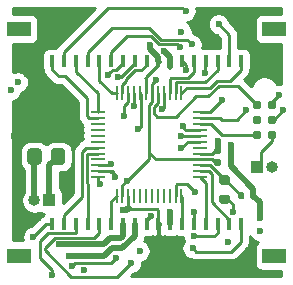
<source format=gtl>
G04 #@! TF.GenerationSoftware,KiCad,Pcbnew,(5.1.9-0-10_14)*
G04 #@! TF.CreationDate,2021-10-22T14:59:34+02:00*
G04 #@! TF.ProjectId,TFRAS_TOP,54465241-535f-4544-9f50-2e6b69636164,rev?*
G04 #@! TF.SameCoordinates,Original*
G04 #@! TF.FileFunction,Copper,L1,Top*
G04 #@! TF.FilePolarity,Positive*
%FSLAX46Y46*%
G04 Gerber Fmt 4.6, Leading zero omitted, Abs format (unit mm)*
G04 Created by KiCad (PCBNEW (5.1.9-0-10_14)) date 2021-10-22 14:59:34*
%MOMM*%
%LPD*%
G01*
G04 APERTURE LIST*
G04 #@! TA.AperFunction,ComponentPad*
%ADD10O,1.000000X1.000000*%
G04 #@! TD*
G04 #@! TA.AperFunction,ComponentPad*
%ADD11R,1.000000X1.000000*%
G04 #@! TD*
G04 #@! TA.AperFunction,SMDPad,CuDef*
%ADD12R,0.400000X1.000000*%
G04 #@! TD*
G04 #@! TA.AperFunction,SMDPad,CuDef*
%ADD13R,2.000000X1.300000*%
G04 #@! TD*
G04 #@! TA.AperFunction,SMDPad,CuDef*
%ADD14R,0.250000X1.300000*%
G04 #@! TD*
G04 #@! TA.AperFunction,SMDPad,CuDef*
%ADD15R,1.300000X0.250000*%
G04 #@! TD*
G04 #@! TA.AperFunction,ConnectorPad*
%ADD16C,0.787400*%
G04 #@! TD*
G04 #@! TA.AperFunction,ViaPad*
%ADD17C,0.600000*%
G04 #@! TD*
G04 #@! TA.AperFunction,Conductor*
%ADD18C,0.500000*%
G04 #@! TD*
G04 #@! TA.AperFunction,Conductor*
%ADD19C,0.250000*%
G04 #@! TD*
G04 #@! TA.AperFunction,Conductor*
%ADD20C,0.254000*%
G04 #@! TD*
G04 #@! TA.AperFunction,Conductor*
%ADD21C,0.100000*%
G04 #@! TD*
G04 APERTURE END LIST*
G04 #@! TA.AperFunction,SMDPad,CuDef*
G36*
G01*
X38325000Y-36425000D02*
X38875000Y-36425000D01*
G75*
G02*
X39075000Y-36625000I0J-200000D01*
G01*
X39075000Y-37025000D01*
G75*
G02*
X38875000Y-37225000I-200000J0D01*
G01*
X38325000Y-37225000D01*
G75*
G02*
X38125000Y-37025000I0J200000D01*
G01*
X38125000Y-36625000D01*
G75*
G02*
X38325000Y-36425000I200000J0D01*
G01*
G37*
G04 #@! TD.AperFunction*
G04 #@! TA.AperFunction,SMDPad,CuDef*
G36*
G01*
X38325000Y-34775000D02*
X38875000Y-34775000D01*
G75*
G02*
X39075000Y-34975000I0J-200000D01*
G01*
X39075000Y-35375000D01*
G75*
G02*
X38875000Y-35575000I-200000J0D01*
G01*
X38325000Y-35575000D01*
G75*
G02*
X38125000Y-35375000I0J200000D01*
G01*
X38125000Y-34975000D01*
G75*
G02*
X38325000Y-34775000I200000J0D01*
G01*
G37*
G04 #@! TD.AperFunction*
D10*
X42600000Y-34100000D03*
D11*
X41330000Y-34100000D03*
D10*
X22500000Y-36900000D03*
D11*
X23770000Y-36900000D03*
G04 #@! TA.AperFunction,SMDPad,CuDef*
G36*
G01*
X23900000Y-33650001D02*
X23900000Y-32749999D01*
G75*
G02*
X24149999Y-32500000I249999J0D01*
G01*
X24850001Y-32500000D01*
G75*
G02*
X25100000Y-32749999I0J-249999D01*
G01*
X25100000Y-33650001D01*
G75*
G02*
X24850001Y-33900000I-249999J0D01*
G01*
X24149999Y-33900000D01*
G75*
G02*
X23900000Y-33650001I0J249999D01*
G01*
G37*
G04 #@! TD.AperFunction*
G04 #@! TA.AperFunction,SMDPad,CuDef*
G36*
G01*
X21900000Y-33650001D02*
X21900000Y-32749999D01*
G75*
G02*
X22149999Y-32500000I249999J0D01*
G01*
X22850001Y-32500000D01*
G75*
G02*
X23100000Y-32749999I0J-249999D01*
G01*
X23100000Y-33650001D01*
G75*
G02*
X22850001Y-33900000I-249999J0D01*
G01*
X22149999Y-33900000D01*
G75*
G02*
X21900000Y-33650001I0J249999D01*
G01*
G37*
G04 #@! TD.AperFunction*
D12*
X40000000Y-38890000D03*
X39000000Y-38890000D03*
X38000000Y-38890000D03*
X37000000Y-38890000D03*
X36000000Y-38890000D03*
X35000000Y-38890000D03*
X34000000Y-38890000D03*
X33000000Y-38890000D03*
X32000000Y-38890000D03*
X31000000Y-38890000D03*
X30000000Y-38890000D03*
X29000000Y-38890000D03*
X28000000Y-38890000D03*
X27000000Y-38890000D03*
X26000000Y-38890000D03*
X25000000Y-38890000D03*
X24000000Y-38890000D03*
D13*
X42800000Y-41590000D03*
X21200000Y-41590000D03*
D14*
X29450000Y-27850000D03*
X29950000Y-27850000D03*
X30450000Y-27850000D03*
X30950000Y-27850000D03*
X31450000Y-27850000D03*
X31950000Y-27850000D03*
X32450000Y-27850000D03*
X32950000Y-27850000D03*
X33450000Y-27850000D03*
X33950000Y-27850000D03*
X34450000Y-27850000D03*
X34950000Y-27850000D03*
D15*
X36550000Y-29450000D03*
X36550000Y-29950000D03*
X36550000Y-30450000D03*
X36550000Y-30950000D03*
X36550000Y-31450000D03*
X36550000Y-31950000D03*
X36550000Y-32450000D03*
X36550000Y-32950000D03*
X36550000Y-33450000D03*
X36550000Y-33950000D03*
X36550000Y-34450000D03*
X36550000Y-34950000D03*
D14*
X34950000Y-36550000D03*
X34450000Y-36550000D03*
X33950000Y-36550000D03*
X33450000Y-36550000D03*
X32950000Y-36550000D03*
X32450000Y-36550000D03*
X31950000Y-36550000D03*
X31450000Y-36550000D03*
X30950000Y-36550000D03*
X30450000Y-36550000D03*
X29950000Y-36550000D03*
X29450000Y-36550000D03*
D15*
X27850000Y-34950000D03*
X27850000Y-34450000D03*
X27850000Y-33950000D03*
X27850000Y-33450000D03*
X27850000Y-32950000D03*
X27850000Y-32450000D03*
X27850000Y-31950000D03*
X27850000Y-31450000D03*
X27850000Y-30950000D03*
X27850000Y-30450000D03*
X27850000Y-29950000D03*
X27850000Y-29450000D03*
G04 #@! TA.AperFunction,SMDPad,CuDef*
G36*
G01*
X38170000Y-33000000D02*
X37830000Y-33000000D01*
G75*
G02*
X37690000Y-32860000I0J140000D01*
G01*
X37690000Y-32580000D01*
G75*
G02*
X37830000Y-32440000I140000J0D01*
G01*
X38170000Y-32440000D01*
G75*
G02*
X38310000Y-32580000I0J-140000D01*
G01*
X38310000Y-32860000D01*
G75*
G02*
X38170000Y-33000000I-140000J0D01*
G01*
G37*
G04 #@! TD.AperFunction*
G04 #@! TA.AperFunction,SMDPad,CuDef*
G36*
G01*
X38170000Y-33960000D02*
X37830000Y-33960000D01*
G75*
G02*
X37690000Y-33820000I0J140000D01*
G01*
X37690000Y-33540000D01*
G75*
G02*
X37830000Y-33400000I140000J0D01*
G01*
X38170000Y-33400000D01*
G75*
G02*
X38310000Y-33540000I0J-140000D01*
G01*
X38310000Y-33820000D01*
G75*
G02*
X38170000Y-33960000I-140000J0D01*
G01*
G37*
G04 #@! TD.AperFunction*
D16*
X42600000Y-31340000D03*
X41330000Y-31340000D03*
X42600000Y-30070000D03*
X41330000Y-30070000D03*
X42600000Y-28800000D03*
X41330000Y-28800000D03*
G04 #@! TA.AperFunction,SMDPad,CuDef*
G36*
G01*
X40270000Y-36315000D02*
X40270000Y-36685000D01*
G75*
G02*
X40135000Y-36820000I-135000J0D01*
G01*
X39865000Y-36820000D01*
G75*
G02*
X39730000Y-36685000I0J135000D01*
G01*
X39730000Y-36315000D01*
G75*
G02*
X39865000Y-36180000I135000J0D01*
G01*
X40135000Y-36180000D01*
G75*
G02*
X40270000Y-36315000I0J-135000D01*
G01*
G37*
G04 #@! TD.AperFunction*
G04 #@! TA.AperFunction,SMDPad,CuDef*
G36*
G01*
X41290000Y-36315000D02*
X41290000Y-36685000D01*
G75*
G02*
X41155000Y-36820000I-135000J0D01*
G01*
X40885000Y-36820000D01*
G75*
G02*
X40750000Y-36685000I0J135000D01*
G01*
X40750000Y-36315000D01*
G75*
G02*
X40885000Y-36180000I135000J0D01*
G01*
X41155000Y-36180000D01*
G75*
G02*
X41290000Y-36315000I0J-135000D01*
G01*
G37*
G04 #@! TD.AperFunction*
D12*
X24000000Y-25110000D03*
X25000000Y-25110000D03*
X26000000Y-25110000D03*
X27000000Y-25110000D03*
X28000000Y-25110000D03*
X29000000Y-25110000D03*
X30000000Y-25110000D03*
X31000000Y-25110000D03*
X32000000Y-25110000D03*
X33000000Y-25110000D03*
X34000000Y-25110000D03*
X35000000Y-25110000D03*
X36000000Y-25110000D03*
X37000000Y-25110000D03*
X38000000Y-25110000D03*
X39000000Y-25110000D03*
X40000000Y-25110000D03*
D13*
X21200000Y-22410000D03*
X42800000Y-22410000D03*
D17*
X33500489Y-24275012D03*
X34000000Y-37900000D03*
X24100000Y-21900000D03*
X39300000Y-37900000D03*
X32283536Y-23796774D03*
X21900000Y-26200000D03*
X39700000Y-21200000D03*
X30000000Y-37700000D03*
X34000000Y-41300000D03*
X26700000Y-42800000D03*
X37300000Y-42500000D03*
X38000000Y-31900000D03*
X20800000Y-31500000D03*
X21700000Y-31500000D03*
X42800000Y-24000000D03*
X41600000Y-38400000D03*
X41600000Y-39500000D03*
X38900000Y-40400000D03*
X31400000Y-41200000D03*
X43200000Y-28000000D03*
X34950000Y-22650000D03*
X20475000Y-27600000D03*
X21100000Y-26900000D03*
X39100000Y-32200000D03*
X28693754Y-26300000D03*
X24554461Y-40645539D03*
X30934101Y-28921857D03*
X31300000Y-30900000D03*
X30100000Y-29800000D03*
X43525000Y-29300000D03*
X40447416Y-29265771D03*
X32796930Y-26750874D03*
X30350000Y-35250000D03*
X29600000Y-26500000D03*
X25400000Y-41600000D03*
X35100000Y-30600000D03*
X34950010Y-31491980D03*
X34950010Y-32491891D03*
X38400000Y-28400000D03*
X35883306Y-40940878D03*
X36000000Y-39900000D03*
X36000000Y-37900000D03*
X32393523Y-38196924D03*
X30700000Y-42200000D03*
X24000000Y-43200000D03*
X29400000Y-41800000D03*
X25700000Y-42500000D03*
X22400000Y-40000000D03*
X36100000Y-36200000D03*
X28025010Y-35525002D03*
X29300000Y-34900000D03*
X28942960Y-33850732D03*
X35300000Y-20899990D03*
X35800000Y-23700000D03*
X34800000Y-23900000D03*
X35300000Y-25900000D03*
X36900000Y-26100000D03*
X38100000Y-22000000D03*
X33300000Y-29200000D03*
D18*
X34000000Y-25110000D02*
X34000000Y-25600000D01*
X34000000Y-25110000D02*
X34000000Y-24774523D01*
X34000000Y-24774523D02*
X33500489Y-24275012D01*
X34000000Y-38890000D02*
X34000000Y-37900000D01*
D19*
X37570000Y-32950000D02*
X36550000Y-32950000D01*
X37800000Y-32720000D02*
X37570000Y-32950000D01*
X41719301Y-33710699D02*
X41330000Y-34100000D01*
X41719301Y-32777474D02*
X41719301Y-33710699D01*
X42600000Y-31896775D02*
X41719301Y-32777474D01*
X42600000Y-31340000D02*
X42600000Y-31896775D01*
X33000000Y-38890000D02*
X33000000Y-37700000D01*
X33000000Y-37700000D02*
X32900000Y-37600000D01*
X32900000Y-37600000D02*
X30700000Y-37600000D01*
X30450000Y-37350000D02*
X30450000Y-36550000D01*
X30700000Y-37600000D02*
X30450000Y-37350000D01*
X39300000Y-37220331D02*
X39013553Y-36933884D01*
X39300000Y-37900000D02*
X39300000Y-37220331D01*
D18*
X32283536Y-24093536D02*
X32283536Y-23796774D01*
X33000000Y-25110000D02*
X33000000Y-24810000D01*
X33000000Y-24810000D02*
X32283536Y-24093536D01*
X32280310Y-23800000D02*
X32283536Y-23796774D01*
X30300000Y-37700000D02*
X30452499Y-37547501D01*
X30000000Y-37700000D02*
X30300000Y-37700000D01*
X38000000Y-32720000D02*
X38000000Y-31900000D01*
D19*
X31950000Y-26490000D02*
X31950000Y-27850000D01*
X33000000Y-25440000D02*
X31950000Y-26490000D01*
X33000000Y-25110000D02*
X33000000Y-25440000D01*
X42600000Y-28600000D02*
X43200000Y-28000000D01*
X42600000Y-28800000D02*
X42600000Y-28600000D01*
D18*
X41020000Y-35920000D02*
X39100000Y-34000000D01*
X41020000Y-36500000D02*
X41020000Y-35920000D01*
X39100000Y-34000000D02*
X39100000Y-32200000D01*
X41600000Y-37080000D02*
X41020000Y-36500000D01*
X41600000Y-38400000D02*
X41600000Y-37080000D01*
D19*
X29108753Y-25885001D02*
X28929169Y-26064585D01*
X29420001Y-25885001D02*
X29108753Y-25885001D01*
X30000000Y-25110000D02*
X30000000Y-25305002D01*
X30000000Y-25305002D02*
X29420001Y-25885001D01*
X28929169Y-26064585D02*
X28693754Y-26300000D01*
D18*
X28354461Y-40645539D02*
X24554461Y-40645539D01*
X30000000Y-39890000D02*
X29790000Y-40100000D01*
X30000000Y-38890000D02*
X30000000Y-39890000D01*
X29790000Y-40100000D02*
X28900000Y-40100000D01*
X28900000Y-40100000D02*
X28354461Y-40645539D01*
X23770000Y-33930000D02*
X24500000Y-33200000D01*
X23770000Y-36900000D02*
X23770000Y-33930000D01*
D19*
X23900000Y-36900000D02*
X24000000Y-37000000D01*
X23770000Y-36900000D02*
X23900000Y-36900000D01*
X30950000Y-27850000D02*
X30950000Y-28905958D01*
X30950000Y-28905958D02*
X30934101Y-28921857D01*
X31509102Y-27909102D02*
X31509102Y-30690898D01*
X31450000Y-27850000D02*
X31509102Y-27909102D01*
X31509102Y-30690898D02*
X31300000Y-30900000D01*
X30450000Y-28611562D02*
X30450000Y-27850000D01*
X30100000Y-28961562D02*
X30450000Y-28611562D01*
X30100000Y-29800000D02*
X30100000Y-28961562D01*
X32000000Y-25410000D02*
X32000000Y-25110000D01*
X31524999Y-25885001D02*
X32000000Y-25410000D01*
X30275001Y-26624999D02*
X31014999Y-25885001D01*
X31014999Y-25885001D02*
X31524999Y-25885001D01*
X29950000Y-27850000D02*
X29950000Y-27101002D01*
X30275001Y-26776001D02*
X30275001Y-26624999D01*
X29950000Y-27101002D02*
X30275001Y-26776001D01*
X36000000Y-25110000D02*
X36000000Y-26051002D01*
X36000000Y-26051002D02*
X35526014Y-26524988D01*
X34075012Y-26524988D02*
X33950000Y-26650000D01*
X35526014Y-26524988D02*
X34075012Y-26524988D01*
X33950000Y-26650000D02*
X33950000Y-27850000D01*
X38375000Y-35200000D02*
X38375000Y-34875000D01*
X37373086Y-33950000D02*
X36550000Y-33950000D01*
X38298086Y-34875000D02*
X37373086Y-33950000D01*
X38375000Y-34875000D02*
X38298086Y-34875000D01*
X38700000Y-35200000D02*
X40000000Y-36500000D01*
X38375000Y-35200000D02*
X38700000Y-35200000D01*
X41330000Y-31340000D02*
X38340000Y-31340000D01*
X38340000Y-31340000D02*
X37450000Y-30450000D01*
X37450000Y-30450000D02*
X36550000Y-30450000D01*
X42755000Y-30070000D02*
X43525000Y-29300000D01*
X42600000Y-30070000D02*
X42755000Y-30070000D01*
X38233843Y-29950000D02*
X38389157Y-30105314D01*
X39607873Y-30105314D02*
X40447416Y-29265771D01*
X38389157Y-30105314D02*
X39607873Y-30105314D01*
X36550000Y-29950000D02*
X38233843Y-29950000D01*
X32950000Y-27850000D02*
X32950000Y-28530002D01*
X41304999Y-28825001D02*
X41330000Y-28800000D01*
X38100000Y-27200000D02*
X39730000Y-27200000D01*
X32950000Y-27850000D02*
X32950000Y-28626948D01*
X32887974Y-29838978D02*
X34461022Y-29838978D01*
X36200000Y-28100000D02*
X37200000Y-28100000D01*
X32588974Y-29539978D02*
X32887974Y-29838978D01*
X34461022Y-29838978D02*
X36200000Y-28100000D01*
X39730000Y-27200000D02*
X41330000Y-28800000D01*
X37200000Y-28100000D02*
X38100000Y-27200000D01*
X32950000Y-28626948D02*
X32588974Y-28987974D01*
X32588974Y-28987974D02*
X32588974Y-29539978D01*
X37570000Y-33450000D02*
X36550000Y-33450000D01*
X37800000Y-33680000D02*
X37570000Y-33450000D01*
X29950000Y-36550000D02*
X29950000Y-35650000D01*
X32450000Y-27097804D02*
X32450000Y-27850000D01*
X32796930Y-26750874D02*
X32450000Y-27097804D01*
X29950000Y-35650000D02*
X30350000Y-35250000D01*
X32450000Y-28561248D02*
X32450000Y-27850000D01*
X32188963Y-28822285D02*
X32450000Y-28561248D01*
X32750000Y-33450000D02*
X32188963Y-32888963D01*
X36550000Y-33450000D02*
X32750000Y-33450000D01*
X32188963Y-32888963D02*
X32188963Y-28822285D01*
X32188963Y-33411037D02*
X31700000Y-33900000D01*
X32188963Y-32888963D02*
X32188963Y-33411037D01*
X30350000Y-35250000D02*
X31700000Y-33900000D01*
X29805002Y-26500000D02*
X29600000Y-26500000D01*
X31000000Y-25110000D02*
X31000000Y-25305002D01*
X31000000Y-25305002D02*
X29805002Y-26500000D01*
D18*
X29036002Y-40963998D02*
X28400000Y-41600000D01*
X31000000Y-38890000D02*
X31000000Y-39890000D01*
X31000000Y-39890000D02*
X29926002Y-40963998D01*
X29926002Y-40963998D02*
X29036002Y-40963998D01*
X28400000Y-41600000D02*
X25400000Y-41600000D01*
X22500000Y-36900000D02*
X22500000Y-33200000D01*
D19*
X36550000Y-30950000D02*
X35287751Y-30950000D01*
X35287751Y-30950000D02*
X35137275Y-30799524D01*
X35137275Y-30637275D02*
X35100000Y-30600000D01*
X35137275Y-30799524D02*
X35137275Y-30637275D01*
X36550000Y-31450000D02*
X34991990Y-31450000D01*
X34991990Y-31450000D02*
X34950010Y-31491980D01*
X36550000Y-31950000D02*
X35491901Y-31950000D01*
X35491901Y-31950000D02*
X34950010Y-32491891D01*
X38400000Y-28400000D02*
X37600000Y-29200000D01*
X37350000Y-29450000D02*
X37600000Y-29200000D01*
X36550000Y-29450000D02*
X37350000Y-29450000D01*
X40000000Y-38890000D02*
X40000000Y-39190000D01*
X40000000Y-38890000D02*
X40000000Y-40400000D01*
X36183305Y-41240877D02*
X35883306Y-40940878D01*
X39159123Y-41240877D02*
X36183305Y-41240877D01*
X40000000Y-40400000D02*
X39159123Y-41240877D01*
X37500000Y-37090000D02*
X37500000Y-34700000D01*
X39000000Y-38590000D02*
X37500000Y-37090000D01*
X37500000Y-34700000D02*
X37250000Y-34450000D01*
X39000000Y-38890000D02*
X39000000Y-38590000D01*
X37250000Y-34450000D02*
X36550000Y-34450000D01*
X38000000Y-39116702D02*
X38000000Y-38890000D01*
X37740000Y-39900000D02*
X38000000Y-39640000D01*
X38000000Y-39640000D02*
X38000000Y-38890000D01*
X36000000Y-39900000D02*
X37740000Y-39900000D01*
X37000000Y-35400000D02*
X36550000Y-34950000D01*
X37000000Y-38890000D02*
X37000000Y-35400000D01*
X36000000Y-38890000D02*
X36000000Y-39190000D01*
X36000000Y-37900000D02*
X36000000Y-38890000D01*
X34950000Y-36550000D02*
X35000000Y-36600000D01*
X35000000Y-36600000D02*
X35000000Y-38890000D01*
X32000000Y-38890000D02*
X32000000Y-38400000D01*
X32000000Y-38590447D02*
X32393523Y-38196924D01*
X32000000Y-38890000D02*
X32000000Y-38590447D01*
X29000000Y-37000000D02*
X29450000Y-36550000D01*
X29000000Y-38890000D02*
X29000000Y-37000000D01*
X30700000Y-42200000D02*
X29524999Y-43375001D01*
X29524999Y-43375001D02*
X25629631Y-43375001D01*
X25629631Y-43375001D02*
X23385087Y-41130457D01*
X27569462Y-40070538D02*
X28000000Y-39640000D01*
X23385087Y-41130457D02*
X23385087Y-40963911D01*
X23385087Y-40963911D02*
X24278460Y-40070538D01*
X24278460Y-40070538D02*
X27569462Y-40070538D01*
X28000000Y-39640000D02*
X28000000Y-38890000D01*
X26950000Y-32950000D02*
X26924999Y-32975001D01*
X26924999Y-32975001D02*
X26924999Y-35442297D01*
X26924999Y-35442297D02*
X27000000Y-35517298D01*
X27850000Y-32950000D02*
X26950000Y-32950000D01*
X27000000Y-35517298D02*
X27000000Y-38890000D01*
X23980580Y-43180580D02*
X23980580Y-42780580D01*
X24000000Y-43200000D02*
X23980580Y-43180580D01*
X23980580Y-42780580D02*
X23980580Y-42975031D01*
X22985076Y-41785076D02*
X23980580Y-42780580D01*
X26000000Y-38890000D02*
X26000000Y-39640000D01*
X23663773Y-39670527D02*
X22985076Y-40349224D01*
X26000000Y-39640000D02*
X25969473Y-39670527D01*
X25969473Y-39670527D02*
X23663773Y-39670527D01*
X22985076Y-40349224D02*
X22985076Y-41785076D01*
X27850000Y-32450000D02*
X26850000Y-32450000D01*
X26545001Y-36594999D02*
X25000000Y-38140000D01*
X26545001Y-35627999D02*
X26545001Y-36594999D01*
X26524988Y-35607986D02*
X26545001Y-35627999D01*
X26524988Y-32775012D02*
X26524988Y-35607986D01*
X25000000Y-38140000D02*
X25000000Y-38890000D01*
X26850000Y-32450000D02*
X26524988Y-32775012D01*
X28975001Y-42224999D02*
X25975001Y-42224999D01*
X29400000Y-41800000D02*
X28975001Y-42224999D01*
X25975001Y-42224999D02*
X25700000Y-42500000D01*
X22400000Y-40000000D02*
X23510000Y-38890000D01*
X23510000Y-38890000D02*
X24000000Y-38890000D01*
X34450000Y-35650000D02*
X34600000Y-35500000D01*
X34450000Y-36550000D02*
X34450000Y-35650000D01*
X34600000Y-35500000D02*
X35400000Y-35500000D01*
X35400000Y-35500000D02*
X36100000Y-36200000D01*
X27850000Y-34950000D02*
X27850000Y-35349992D01*
X27850000Y-35349992D02*
X28025010Y-35525002D01*
X28888352Y-34450000D02*
X28953898Y-34515546D01*
X27850000Y-34450000D02*
X28888352Y-34450000D01*
X29050000Y-34450000D02*
X29200000Y-34600000D01*
X28888352Y-34450000D02*
X29050000Y-34450000D01*
X29200000Y-34800000D02*
X29300000Y-34900000D01*
X29200000Y-34600000D02*
X29200000Y-34800000D01*
X28843692Y-33950000D02*
X28942960Y-33850732D01*
X27850000Y-33950000D02*
X28843692Y-33950000D01*
X27850000Y-29950000D02*
X27062182Y-29950000D01*
X24000000Y-25860000D02*
X24000000Y-25110000D01*
X26924999Y-28253233D02*
X25071766Y-26400000D01*
X27850000Y-29950000D02*
X27150000Y-29950000D01*
X26924999Y-29724999D02*
X26924999Y-28253233D01*
X24540000Y-26400000D02*
X24000000Y-25860000D01*
X27150000Y-29950000D02*
X26924999Y-29724999D01*
X25071766Y-26400000D02*
X24540000Y-26400000D01*
X25000000Y-24360000D02*
X25000000Y-25110000D01*
X28760009Y-20599991D02*
X25000000Y-24360000D01*
X35000001Y-20599991D02*
X28760009Y-20599991D01*
X35300000Y-20899990D02*
X35000001Y-20599991D01*
X26000000Y-26000000D02*
X26000000Y-25110000D01*
X27850000Y-27850000D02*
X26000000Y-26000000D01*
X27850000Y-29450000D02*
X27850000Y-27850000D01*
X27000000Y-24360000D02*
X27000000Y-25110000D01*
X29059990Y-22300010D02*
X27000000Y-24360000D01*
X35400000Y-23300000D02*
X33200000Y-23300000D01*
X32200010Y-22300010D02*
X29059990Y-22300010D01*
X33200000Y-23300000D02*
X32200010Y-22300010D01*
X35400000Y-23300000D02*
X35800000Y-23700000D01*
X29075000Y-27850000D02*
X28000000Y-26775000D01*
X29450000Y-27850000D02*
X29075000Y-27850000D01*
X28000000Y-26775000D02*
X28000000Y-25110000D01*
X29000000Y-24360000D02*
X29000000Y-25110000D01*
X34800000Y-23900000D02*
X34600011Y-23700011D01*
X34600011Y-23700011D02*
X33034311Y-23700011D01*
X33034311Y-23700011D02*
X32363817Y-23029517D01*
X32363817Y-23029517D02*
X30330483Y-23029517D01*
X30330483Y-23029517D02*
X29000000Y-24360000D01*
X35000000Y-25110000D02*
X35000000Y-24824264D01*
X35300000Y-25410000D02*
X35000000Y-25110000D01*
X35300000Y-25900000D02*
X35300000Y-25410000D01*
X36900000Y-25210000D02*
X37000000Y-25110000D01*
X36900000Y-26100000D02*
X36900000Y-25210000D01*
X38000000Y-25860000D02*
X38000000Y-25110000D01*
X34450000Y-27850000D02*
X34450000Y-26950000D01*
X34475001Y-26924999D02*
X36935001Y-26924999D01*
X34450000Y-26950000D02*
X34475001Y-26924999D01*
X36935001Y-26924999D02*
X38000000Y-25860000D01*
X39000000Y-22900000D02*
X38100000Y-22000000D01*
X39000000Y-25110000D02*
X39000000Y-22900000D01*
X34950000Y-27850000D02*
X35400011Y-27399989D01*
X37334311Y-27399989D02*
X37934311Y-26799989D01*
X39060011Y-26799989D02*
X40000000Y-25860000D01*
X35400011Y-27399989D02*
X37334311Y-27399989D01*
X37934311Y-26799989D02*
X39060011Y-26799989D01*
X40000000Y-25860000D02*
X40000000Y-25110000D01*
X33450000Y-29050000D02*
X33300000Y-29200000D01*
X33450000Y-27850000D02*
X33450000Y-29050000D01*
D20*
X33115000Y-38933476D02*
X33123226Y-39017000D01*
X33073000Y-39017000D01*
X33073000Y-39866250D01*
X33231750Y-40025000D01*
X33336609Y-40013277D01*
X33455579Y-39974650D01*
X33500110Y-39949724D01*
X33555820Y-39979502D01*
X33675518Y-40015812D01*
X33800000Y-40028072D01*
X34200000Y-40028072D01*
X34324482Y-40015812D01*
X34444180Y-39979502D01*
X34500000Y-39949665D01*
X34555820Y-39979502D01*
X34675518Y-40015812D01*
X34800000Y-40028072D01*
X35072158Y-40028072D01*
X35100932Y-40172729D01*
X35167780Y-40334114D01*
X35157044Y-40344850D01*
X35054720Y-40497989D01*
X34984238Y-40668149D01*
X34948306Y-40848789D01*
X34948306Y-41032967D01*
X34984238Y-41213607D01*
X35054720Y-41383767D01*
X35157044Y-41536906D01*
X35287278Y-41667140D01*
X35440417Y-41769464D01*
X35610577Y-41839946D01*
X35748775Y-41867436D01*
X35759029Y-41875851D01*
X35891058Y-41946423D01*
X36034319Y-41989880D01*
X36145972Y-42000877D01*
X36145980Y-42000877D01*
X36183305Y-42004553D01*
X36220630Y-42000877D01*
X39121801Y-42000877D01*
X39159123Y-42004553D01*
X39196445Y-42000877D01*
X39196456Y-42000877D01*
X39308109Y-41989880D01*
X39451370Y-41946423D01*
X39583399Y-41875851D01*
X39699124Y-41780878D01*
X39722926Y-41751875D01*
X40511003Y-40963799D01*
X40540001Y-40940001D01*
X40634974Y-40824276D01*
X40705546Y-40692247D01*
X40749003Y-40548986D01*
X40760000Y-40437333D01*
X40760000Y-40437325D01*
X40763676Y-40400000D01*
X40760000Y-40362675D01*
X40760000Y-39915333D01*
X40771414Y-39942889D01*
X40873738Y-40096028D01*
X41003972Y-40226262D01*
X41157111Y-40328586D01*
X41327271Y-40399068D01*
X41432634Y-40420026D01*
X41348815Y-40488815D01*
X41269463Y-40585506D01*
X41210498Y-40695820D01*
X41174188Y-40815518D01*
X41161928Y-40940000D01*
X41161928Y-42240000D01*
X41174188Y-42364482D01*
X41210498Y-42484180D01*
X41269463Y-42594494D01*
X41348815Y-42691185D01*
X41445506Y-42770537D01*
X41555820Y-42829502D01*
X41675518Y-42865812D01*
X41800000Y-42878072D01*
X43340001Y-42878072D01*
X43340001Y-43340000D01*
X30634801Y-43340000D01*
X30851649Y-43123153D01*
X30972729Y-43099068D01*
X31142889Y-43028586D01*
X31296028Y-42926262D01*
X31426262Y-42796028D01*
X31528586Y-42642889D01*
X31599068Y-42472729D01*
X31635000Y-42292089D01*
X31635000Y-42107911D01*
X31634744Y-42106624D01*
X31672729Y-42099068D01*
X31842889Y-42028586D01*
X31996028Y-41926262D01*
X32126262Y-41796028D01*
X32228586Y-41642889D01*
X32299068Y-41472729D01*
X32335000Y-41292089D01*
X32335000Y-41107911D01*
X32299068Y-40927271D01*
X32228586Y-40757111D01*
X32126262Y-40603972D01*
X31996028Y-40473738D01*
X31842889Y-40371414D01*
X31763702Y-40338614D01*
X31821589Y-40230314D01*
X31872195Y-40063490D01*
X31873572Y-40049511D01*
X31875683Y-40028072D01*
X32200000Y-40028072D01*
X32324482Y-40015812D01*
X32444180Y-39979502D01*
X32499890Y-39949724D01*
X32544421Y-39974650D01*
X32663391Y-40013277D01*
X32768250Y-40025000D01*
X32927000Y-39866250D01*
X32927000Y-39017000D01*
X32853000Y-39017000D01*
X32853000Y-39014426D01*
X32989551Y-38923186D01*
X33115000Y-38797737D01*
X33115000Y-38933476D01*
G04 #@! TA.AperFunction,Conductor*
D21*
G36*
X33115000Y-38933476D02*
G01*
X33123226Y-39017000D01*
X33073000Y-39017000D01*
X33073000Y-39866250D01*
X33231750Y-40025000D01*
X33336609Y-40013277D01*
X33455579Y-39974650D01*
X33500110Y-39949724D01*
X33555820Y-39979502D01*
X33675518Y-40015812D01*
X33800000Y-40028072D01*
X34200000Y-40028072D01*
X34324482Y-40015812D01*
X34444180Y-39979502D01*
X34500000Y-39949665D01*
X34555820Y-39979502D01*
X34675518Y-40015812D01*
X34800000Y-40028072D01*
X35072158Y-40028072D01*
X35100932Y-40172729D01*
X35167780Y-40334114D01*
X35157044Y-40344850D01*
X35054720Y-40497989D01*
X34984238Y-40668149D01*
X34948306Y-40848789D01*
X34948306Y-41032967D01*
X34984238Y-41213607D01*
X35054720Y-41383767D01*
X35157044Y-41536906D01*
X35287278Y-41667140D01*
X35440417Y-41769464D01*
X35610577Y-41839946D01*
X35748775Y-41867436D01*
X35759029Y-41875851D01*
X35891058Y-41946423D01*
X36034319Y-41989880D01*
X36145972Y-42000877D01*
X36145980Y-42000877D01*
X36183305Y-42004553D01*
X36220630Y-42000877D01*
X39121801Y-42000877D01*
X39159123Y-42004553D01*
X39196445Y-42000877D01*
X39196456Y-42000877D01*
X39308109Y-41989880D01*
X39451370Y-41946423D01*
X39583399Y-41875851D01*
X39699124Y-41780878D01*
X39722926Y-41751875D01*
X40511003Y-40963799D01*
X40540001Y-40940001D01*
X40634974Y-40824276D01*
X40705546Y-40692247D01*
X40749003Y-40548986D01*
X40760000Y-40437333D01*
X40760000Y-40437325D01*
X40763676Y-40400000D01*
X40760000Y-40362675D01*
X40760000Y-39915333D01*
X40771414Y-39942889D01*
X40873738Y-40096028D01*
X41003972Y-40226262D01*
X41157111Y-40328586D01*
X41327271Y-40399068D01*
X41432634Y-40420026D01*
X41348815Y-40488815D01*
X41269463Y-40585506D01*
X41210498Y-40695820D01*
X41174188Y-40815518D01*
X41161928Y-40940000D01*
X41161928Y-42240000D01*
X41174188Y-42364482D01*
X41210498Y-42484180D01*
X41269463Y-42594494D01*
X41348815Y-42691185D01*
X41445506Y-42770537D01*
X41555820Y-42829502D01*
X41675518Y-42865812D01*
X41800000Y-42878072D01*
X43340001Y-42878072D01*
X43340001Y-43340000D01*
X30634801Y-43340000D01*
X30851649Y-43123153D01*
X30972729Y-43099068D01*
X31142889Y-43028586D01*
X31296028Y-42926262D01*
X31426262Y-42796028D01*
X31528586Y-42642889D01*
X31599068Y-42472729D01*
X31635000Y-42292089D01*
X31635000Y-42107911D01*
X31634744Y-42106624D01*
X31672729Y-42099068D01*
X31842889Y-42028586D01*
X31996028Y-41926262D01*
X32126262Y-41796028D01*
X32228586Y-41642889D01*
X32299068Y-41472729D01*
X32335000Y-41292089D01*
X32335000Y-41107911D01*
X32299068Y-40927271D01*
X32228586Y-40757111D01*
X32126262Y-40603972D01*
X31996028Y-40473738D01*
X31842889Y-40371414D01*
X31763702Y-40338614D01*
X31821589Y-40230314D01*
X31872195Y-40063490D01*
X31873572Y-40049511D01*
X31875683Y-40028072D01*
X32200000Y-40028072D01*
X32324482Y-40015812D01*
X32444180Y-39979502D01*
X32499890Y-39949724D01*
X32544421Y-39974650D01*
X32663391Y-40013277D01*
X32768250Y-40025000D01*
X32927000Y-39866250D01*
X32927000Y-39017000D01*
X32853000Y-39017000D01*
X32853000Y-39014426D01*
X32989551Y-38923186D01*
X33115000Y-38797737D01*
X33115000Y-38933476D01*
G37*
G04 #@! TD.AperFunction*
D20*
X24489003Y-23796196D02*
X24459999Y-23819999D01*
X24424054Y-23863799D01*
X24365026Y-23935724D01*
X24337079Y-23988009D01*
X24324482Y-23984188D01*
X24200000Y-23971928D01*
X23800000Y-23971928D01*
X23675518Y-23984188D01*
X23555820Y-24020498D01*
X23445506Y-24079463D01*
X23348815Y-24158815D01*
X23269463Y-24255506D01*
X23210498Y-24365820D01*
X23174188Y-24485518D01*
X23161928Y-24610000D01*
X23161928Y-25610000D01*
X23174188Y-25734482D01*
X23210498Y-25854180D01*
X23241454Y-25912093D01*
X23250997Y-26008985D01*
X23283429Y-26115900D01*
X23294454Y-26152246D01*
X23365026Y-26284276D01*
X23404871Y-26332826D01*
X23459999Y-26400001D01*
X23489002Y-26423803D01*
X23976200Y-26911002D01*
X23999999Y-26940001D01*
X24115724Y-27034974D01*
X24247753Y-27105546D01*
X24391014Y-27149003D01*
X24502667Y-27160000D01*
X24502676Y-27160000D01*
X24539999Y-27163676D01*
X24577322Y-27160000D01*
X24756965Y-27160000D01*
X26165000Y-28568036D01*
X26164999Y-29687676D01*
X26161323Y-29724999D01*
X26164999Y-29762321D01*
X26164999Y-29762331D01*
X26175996Y-29873984D01*
X26203379Y-29964254D01*
X26219453Y-30017245D01*
X26290025Y-30149275D01*
X26323448Y-30190000D01*
X26350955Y-30223518D01*
X26356636Y-30242247D01*
X26427208Y-30374276D01*
X26522181Y-30490001D01*
X26561928Y-30522621D01*
X26561928Y-30575000D01*
X26574188Y-30699482D01*
X26574345Y-30700000D01*
X26574188Y-30700518D01*
X26561928Y-30825000D01*
X26561928Y-31075000D01*
X26574188Y-31199482D01*
X26574345Y-31200000D01*
X26574188Y-31200518D01*
X26561928Y-31325000D01*
X26561928Y-31575000D01*
X26574188Y-31699482D01*
X26574345Y-31700000D01*
X26574188Y-31700518D01*
X26570234Y-31740668D01*
X26557753Y-31744454D01*
X26425724Y-31815026D01*
X26309999Y-31909999D01*
X26286200Y-31938998D01*
X26013990Y-32211209D01*
X25984987Y-32235011D01*
X25930820Y-32301014D01*
X25890014Y-32350736D01*
X25829105Y-32464688D01*
X25819442Y-32482766D01*
X25775985Y-32626027D01*
X25764988Y-32737680D01*
X25764988Y-32737690D01*
X25761312Y-32775012D01*
X25764988Y-32812335D01*
X25764989Y-35570654D01*
X25761312Y-35607986D01*
X25764989Y-35645319D01*
X25775986Y-35756972D01*
X25781233Y-35774268D01*
X25785001Y-35786691D01*
X25785002Y-36280196D01*
X24908072Y-37157127D01*
X24908072Y-36400000D01*
X24895812Y-36275518D01*
X24859502Y-36155820D01*
X24800537Y-36045506D01*
X24721185Y-35948815D01*
X24655000Y-35894499D01*
X24655000Y-34538072D01*
X24850001Y-34538072D01*
X25023255Y-34521008D01*
X25189851Y-34470472D01*
X25343387Y-34388405D01*
X25477962Y-34277962D01*
X25588405Y-34143387D01*
X25670472Y-33989851D01*
X25721008Y-33823255D01*
X25738072Y-33650001D01*
X25738072Y-32749999D01*
X25721008Y-32576745D01*
X25670472Y-32410149D01*
X25588405Y-32256613D01*
X25477962Y-32122038D01*
X25343387Y-32011595D01*
X25189851Y-31929528D01*
X25023255Y-31878992D01*
X24850001Y-31861928D01*
X24149999Y-31861928D01*
X23976745Y-31878992D01*
X23810149Y-31929528D01*
X23656613Y-32011595D01*
X23522038Y-32122038D01*
X23500000Y-32148891D01*
X23477962Y-32122038D01*
X23343387Y-32011595D01*
X23189851Y-31929528D01*
X23023255Y-31878992D01*
X22850001Y-31861928D01*
X22149999Y-31861928D01*
X21976745Y-31878992D01*
X21810149Y-31929528D01*
X21656613Y-32011595D01*
X21522038Y-32122038D01*
X21411595Y-32256613D01*
X21329528Y-32410149D01*
X21278992Y-32576745D01*
X21261928Y-32749999D01*
X21261928Y-33650001D01*
X21278992Y-33823255D01*
X21329528Y-33989851D01*
X21411595Y-34143387D01*
X21522038Y-34277962D01*
X21615001Y-34354255D01*
X21615000Y-36181550D01*
X21494176Y-36362376D01*
X21408617Y-36568933D01*
X21365000Y-36788212D01*
X21365000Y-37011788D01*
X21408617Y-37231067D01*
X21494176Y-37437624D01*
X21618388Y-37623520D01*
X21776480Y-37781612D01*
X21962376Y-37905824D01*
X22168933Y-37991383D01*
X22388212Y-38035000D01*
X22611788Y-38035000D01*
X22831067Y-37991383D01*
X22942774Y-37945112D01*
X23025820Y-37989502D01*
X23145518Y-38025812D01*
X23268187Y-38037893D01*
X23210498Y-38145820D01*
X23195107Y-38196559D01*
X23085723Y-38255026D01*
X23033661Y-38297753D01*
X22969999Y-38349999D01*
X22946201Y-38378997D01*
X22248351Y-39076847D01*
X22127271Y-39100932D01*
X21957111Y-39171414D01*
X21803972Y-39273738D01*
X21673738Y-39403972D01*
X21571414Y-39557111D01*
X21500932Y-39727271D01*
X21465000Y-39907911D01*
X21465000Y-40092089D01*
X21500932Y-40272729D01*
X21513027Y-40301928D01*
X20660000Y-40301928D01*
X20660000Y-28516519D01*
X20747729Y-28499068D01*
X20917889Y-28428586D01*
X21071028Y-28326262D01*
X21201262Y-28196028D01*
X21303586Y-28042889D01*
X21374068Y-27872729D01*
X21390156Y-27791850D01*
X21542889Y-27728586D01*
X21696028Y-27626262D01*
X21826262Y-27496028D01*
X21928586Y-27342889D01*
X21999068Y-27172729D01*
X22035000Y-26992089D01*
X22035000Y-26807911D01*
X21999068Y-26627271D01*
X21928586Y-26457111D01*
X21826262Y-26303972D01*
X21696028Y-26173738D01*
X21542889Y-26071414D01*
X21372729Y-26000932D01*
X21192089Y-25965000D01*
X21007911Y-25965000D01*
X20827271Y-26000932D01*
X20660000Y-26070217D01*
X20660000Y-23698072D01*
X22200000Y-23698072D01*
X22324482Y-23685812D01*
X22444180Y-23649502D01*
X22554494Y-23590537D01*
X22651185Y-23511185D01*
X22730537Y-23414494D01*
X22789502Y-23304180D01*
X22825812Y-23184482D01*
X22838072Y-23060000D01*
X22838072Y-21760000D01*
X22825812Y-21635518D01*
X22789502Y-21515820D01*
X22730537Y-21405506D01*
X22651185Y-21308815D01*
X22554494Y-21229463D01*
X22444180Y-21170498D01*
X22324482Y-21134188D01*
X22200000Y-21121928D01*
X20660000Y-21121928D01*
X20660000Y-20660000D01*
X27625198Y-20660000D01*
X24489003Y-23796196D01*
G04 #@! TA.AperFunction,Conductor*
D21*
G36*
X24489003Y-23796196D02*
G01*
X24459999Y-23819999D01*
X24424054Y-23863799D01*
X24365026Y-23935724D01*
X24337079Y-23988009D01*
X24324482Y-23984188D01*
X24200000Y-23971928D01*
X23800000Y-23971928D01*
X23675518Y-23984188D01*
X23555820Y-24020498D01*
X23445506Y-24079463D01*
X23348815Y-24158815D01*
X23269463Y-24255506D01*
X23210498Y-24365820D01*
X23174188Y-24485518D01*
X23161928Y-24610000D01*
X23161928Y-25610000D01*
X23174188Y-25734482D01*
X23210498Y-25854180D01*
X23241454Y-25912093D01*
X23250997Y-26008985D01*
X23283429Y-26115900D01*
X23294454Y-26152246D01*
X23365026Y-26284276D01*
X23404871Y-26332826D01*
X23459999Y-26400001D01*
X23489002Y-26423803D01*
X23976200Y-26911002D01*
X23999999Y-26940001D01*
X24115724Y-27034974D01*
X24247753Y-27105546D01*
X24391014Y-27149003D01*
X24502667Y-27160000D01*
X24502676Y-27160000D01*
X24539999Y-27163676D01*
X24577322Y-27160000D01*
X24756965Y-27160000D01*
X26165000Y-28568036D01*
X26164999Y-29687676D01*
X26161323Y-29724999D01*
X26164999Y-29762321D01*
X26164999Y-29762331D01*
X26175996Y-29873984D01*
X26203379Y-29964254D01*
X26219453Y-30017245D01*
X26290025Y-30149275D01*
X26323448Y-30190000D01*
X26350955Y-30223518D01*
X26356636Y-30242247D01*
X26427208Y-30374276D01*
X26522181Y-30490001D01*
X26561928Y-30522621D01*
X26561928Y-30575000D01*
X26574188Y-30699482D01*
X26574345Y-30700000D01*
X26574188Y-30700518D01*
X26561928Y-30825000D01*
X26561928Y-31075000D01*
X26574188Y-31199482D01*
X26574345Y-31200000D01*
X26574188Y-31200518D01*
X26561928Y-31325000D01*
X26561928Y-31575000D01*
X26574188Y-31699482D01*
X26574345Y-31700000D01*
X26574188Y-31700518D01*
X26570234Y-31740668D01*
X26557753Y-31744454D01*
X26425724Y-31815026D01*
X26309999Y-31909999D01*
X26286200Y-31938998D01*
X26013990Y-32211209D01*
X25984987Y-32235011D01*
X25930820Y-32301014D01*
X25890014Y-32350736D01*
X25829105Y-32464688D01*
X25819442Y-32482766D01*
X25775985Y-32626027D01*
X25764988Y-32737680D01*
X25764988Y-32737690D01*
X25761312Y-32775012D01*
X25764988Y-32812335D01*
X25764989Y-35570654D01*
X25761312Y-35607986D01*
X25764989Y-35645319D01*
X25775986Y-35756972D01*
X25781233Y-35774268D01*
X25785001Y-35786691D01*
X25785002Y-36280196D01*
X24908072Y-37157127D01*
X24908072Y-36400000D01*
X24895812Y-36275518D01*
X24859502Y-36155820D01*
X24800537Y-36045506D01*
X24721185Y-35948815D01*
X24655000Y-35894499D01*
X24655000Y-34538072D01*
X24850001Y-34538072D01*
X25023255Y-34521008D01*
X25189851Y-34470472D01*
X25343387Y-34388405D01*
X25477962Y-34277962D01*
X25588405Y-34143387D01*
X25670472Y-33989851D01*
X25721008Y-33823255D01*
X25738072Y-33650001D01*
X25738072Y-32749999D01*
X25721008Y-32576745D01*
X25670472Y-32410149D01*
X25588405Y-32256613D01*
X25477962Y-32122038D01*
X25343387Y-32011595D01*
X25189851Y-31929528D01*
X25023255Y-31878992D01*
X24850001Y-31861928D01*
X24149999Y-31861928D01*
X23976745Y-31878992D01*
X23810149Y-31929528D01*
X23656613Y-32011595D01*
X23522038Y-32122038D01*
X23500000Y-32148891D01*
X23477962Y-32122038D01*
X23343387Y-32011595D01*
X23189851Y-31929528D01*
X23023255Y-31878992D01*
X22850001Y-31861928D01*
X22149999Y-31861928D01*
X21976745Y-31878992D01*
X21810149Y-31929528D01*
X21656613Y-32011595D01*
X21522038Y-32122038D01*
X21411595Y-32256613D01*
X21329528Y-32410149D01*
X21278992Y-32576745D01*
X21261928Y-32749999D01*
X21261928Y-33650001D01*
X21278992Y-33823255D01*
X21329528Y-33989851D01*
X21411595Y-34143387D01*
X21522038Y-34277962D01*
X21615001Y-34354255D01*
X21615000Y-36181550D01*
X21494176Y-36362376D01*
X21408617Y-36568933D01*
X21365000Y-36788212D01*
X21365000Y-37011788D01*
X21408617Y-37231067D01*
X21494176Y-37437624D01*
X21618388Y-37623520D01*
X21776480Y-37781612D01*
X21962376Y-37905824D01*
X22168933Y-37991383D01*
X22388212Y-38035000D01*
X22611788Y-38035000D01*
X22831067Y-37991383D01*
X22942774Y-37945112D01*
X23025820Y-37989502D01*
X23145518Y-38025812D01*
X23268187Y-38037893D01*
X23210498Y-38145820D01*
X23195107Y-38196559D01*
X23085723Y-38255026D01*
X23033661Y-38297753D01*
X22969999Y-38349999D01*
X22946201Y-38378997D01*
X22248351Y-39076847D01*
X22127271Y-39100932D01*
X21957111Y-39171414D01*
X21803972Y-39273738D01*
X21673738Y-39403972D01*
X21571414Y-39557111D01*
X21500932Y-39727271D01*
X21465000Y-39907911D01*
X21465000Y-40092089D01*
X21500932Y-40272729D01*
X21513027Y-40301928D01*
X20660000Y-40301928D01*
X20660000Y-28516519D01*
X20747729Y-28499068D01*
X20917889Y-28428586D01*
X21071028Y-28326262D01*
X21201262Y-28196028D01*
X21303586Y-28042889D01*
X21374068Y-27872729D01*
X21390156Y-27791850D01*
X21542889Y-27728586D01*
X21696028Y-27626262D01*
X21826262Y-27496028D01*
X21928586Y-27342889D01*
X21999068Y-27172729D01*
X22035000Y-26992089D01*
X22035000Y-26807911D01*
X21999068Y-26627271D01*
X21928586Y-26457111D01*
X21826262Y-26303972D01*
X21696028Y-26173738D01*
X21542889Y-26071414D01*
X21372729Y-26000932D01*
X21192089Y-25965000D01*
X21007911Y-25965000D01*
X20827271Y-26000932D01*
X20660000Y-26070217D01*
X20660000Y-23698072D01*
X22200000Y-23698072D01*
X22324482Y-23685812D01*
X22444180Y-23649502D01*
X22554494Y-23590537D01*
X22651185Y-23511185D01*
X22730537Y-23414494D01*
X22789502Y-23304180D01*
X22825812Y-23184482D01*
X22838072Y-23060000D01*
X22838072Y-21760000D01*
X22825812Y-21635518D01*
X22789502Y-21515820D01*
X22730537Y-21405506D01*
X22651185Y-21308815D01*
X22554494Y-21229463D01*
X22444180Y-21170498D01*
X22324482Y-21134188D01*
X22200000Y-21121928D01*
X20660000Y-21121928D01*
X20660000Y-20660000D01*
X27625198Y-20660000D01*
X24489003Y-23796196D01*
G37*
G04 #@! TD.AperFunction*
D20*
X38727000Y-36698000D02*
X38747000Y-36698000D01*
X38747000Y-36952000D01*
X38727000Y-36952000D01*
X38727000Y-36972000D01*
X38473000Y-36972000D01*
X38473000Y-36952000D01*
X38453000Y-36952000D01*
X38453000Y-36698000D01*
X38473000Y-36698000D01*
X38473000Y-36678000D01*
X38727000Y-36678000D01*
X38727000Y-36698000D01*
G04 #@! TA.AperFunction,Conductor*
D21*
G36*
X38727000Y-36698000D02*
G01*
X38747000Y-36698000D01*
X38747000Y-36952000D01*
X38727000Y-36952000D01*
X38727000Y-36972000D01*
X38473000Y-36972000D01*
X38473000Y-36952000D01*
X38453000Y-36952000D01*
X38453000Y-36698000D01*
X38473000Y-36698000D01*
X38473000Y-36678000D01*
X38727000Y-36678000D01*
X38727000Y-36698000D01*
G37*
G04 #@! TD.AperFunction*
D20*
X41457000Y-33973000D02*
X41468026Y-33973000D01*
X41465000Y-33988212D01*
X41465000Y-34211788D01*
X41468026Y-34227000D01*
X41457000Y-34227000D01*
X41457000Y-34247000D01*
X41203000Y-34247000D01*
X41203000Y-34227000D01*
X41183000Y-34227000D01*
X41183000Y-33973000D01*
X41203000Y-33973000D01*
X41203000Y-33953000D01*
X41457000Y-33953000D01*
X41457000Y-33973000D01*
G04 #@! TA.AperFunction,Conductor*
D21*
G36*
X41457000Y-33973000D02*
G01*
X41468026Y-33973000D01*
X41465000Y-33988212D01*
X41465000Y-34211788D01*
X41468026Y-34227000D01*
X41457000Y-34227000D01*
X41457000Y-34247000D01*
X41203000Y-34247000D01*
X41203000Y-34227000D01*
X41183000Y-34227000D01*
X41183000Y-33973000D01*
X41203000Y-33973000D01*
X41203000Y-33953000D01*
X41457000Y-33953000D01*
X41457000Y-33973000D01*
G37*
G04 #@! TD.AperFunction*
D20*
X38127000Y-32593000D02*
X38147000Y-32593000D01*
X38147000Y-32761928D01*
X37894938Y-32761928D01*
X37862247Y-32744454D01*
X37853000Y-32741649D01*
X37853000Y-32593000D01*
X37873000Y-32593000D01*
X37873000Y-32573000D01*
X38127000Y-32573000D01*
X38127000Y-32593000D01*
G04 #@! TA.AperFunction,Conductor*
D21*
G36*
X38127000Y-32593000D02*
G01*
X38147000Y-32593000D01*
X38147000Y-32761928D01*
X37894938Y-32761928D01*
X37862247Y-32744454D01*
X37853000Y-32741649D01*
X37853000Y-32593000D01*
X37873000Y-32593000D01*
X37873000Y-32573000D01*
X38127000Y-32573000D01*
X38127000Y-32593000D01*
G37*
G04 #@! TD.AperFunction*
D20*
X42793748Y-31325858D02*
X42779605Y-31340000D01*
X42793748Y-31354143D01*
X42614143Y-31533748D01*
X42600000Y-31519605D01*
X42585858Y-31533748D01*
X42406253Y-31354143D01*
X42420395Y-31340000D01*
X42406253Y-31325858D01*
X42585858Y-31146253D01*
X42600000Y-31160395D01*
X42614143Y-31146253D01*
X42793748Y-31325858D01*
G04 #@! TA.AperFunction,Conductor*
D21*
G36*
X42793748Y-31325858D02*
G01*
X42779605Y-31340000D01*
X42793748Y-31354143D01*
X42614143Y-31533748D01*
X42600000Y-31519605D01*
X42585858Y-31533748D01*
X42406253Y-31354143D01*
X42420395Y-31340000D01*
X42406253Y-31325858D01*
X42585858Y-31146253D01*
X42600000Y-31160395D01*
X42614143Y-31146253D01*
X42793748Y-31325858D01*
G37*
G04 #@! TD.AperFunction*
D20*
X43340000Y-21121928D02*
X41800000Y-21121928D01*
X41675518Y-21134188D01*
X41555820Y-21170498D01*
X41445506Y-21229463D01*
X41348815Y-21308815D01*
X41269463Y-21405506D01*
X41210498Y-21515820D01*
X41174188Y-21635518D01*
X41161928Y-21760000D01*
X41161928Y-23060000D01*
X41174188Y-23184482D01*
X41210498Y-23304180D01*
X41269463Y-23414494D01*
X41348815Y-23511185D01*
X41445506Y-23590537D01*
X41555820Y-23649502D01*
X41675518Y-23685812D01*
X41800000Y-23698072D01*
X43340000Y-23698072D01*
X43340000Y-27074530D01*
X43292089Y-27065000D01*
X43107911Y-27065000D01*
X43004351Y-27085600D01*
X42966659Y-26994602D01*
X42842961Y-26809476D01*
X42685524Y-26652039D01*
X42500398Y-26528341D01*
X42294696Y-26443137D01*
X42076325Y-26399700D01*
X41853675Y-26399700D01*
X41635304Y-26443137D01*
X41429602Y-26528341D01*
X41244476Y-26652039D01*
X41087039Y-26809476D01*
X40963341Y-26994602D01*
X40878137Y-27200304D01*
X40866020Y-27261219D01*
X40293804Y-26689003D01*
X40272165Y-26662636D01*
X40511004Y-26423798D01*
X40540001Y-26400001D01*
X40634974Y-26284276D01*
X40705546Y-26152247D01*
X40749003Y-26008986D01*
X40758546Y-25912093D01*
X40789502Y-25854180D01*
X40825812Y-25734482D01*
X40838072Y-25610000D01*
X40838072Y-24610000D01*
X40825812Y-24485518D01*
X40789502Y-24365820D01*
X40730537Y-24255506D01*
X40651185Y-24158815D01*
X40554494Y-24079463D01*
X40444180Y-24020498D01*
X40324482Y-23984188D01*
X40200000Y-23971928D01*
X39800000Y-23971928D01*
X39760000Y-23975868D01*
X39760000Y-22937322D01*
X39763676Y-22899999D01*
X39760000Y-22862676D01*
X39760000Y-22862667D01*
X39749003Y-22751014D01*
X39705546Y-22607753D01*
X39634974Y-22475724D01*
X39540001Y-22359999D01*
X39511003Y-22336201D01*
X39023153Y-21848351D01*
X38999068Y-21727271D01*
X38928586Y-21557111D01*
X38826262Y-21403972D01*
X38696028Y-21273738D01*
X38542889Y-21171414D01*
X38372729Y-21100932D01*
X38192089Y-21065000D01*
X38007911Y-21065000D01*
X37827271Y-21100932D01*
X37657111Y-21171414D01*
X37503972Y-21273738D01*
X37373738Y-21403972D01*
X37271414Y-21557111D01*
X37200932Y-21727271D01*
X37165000Y-21907911D01*
X37165000Y-22092089D01*
X37200932Y-22272729D01*
X37271414Y-22442889D01*
X37373738Y-22596028D01*
X37503972Y-22726262D01*
X37657111Y-22828586D01*
X37827271Y-22899068D01*
X37948351Y-22923153D01*
X38240001Y-23214803D01*
X38240001Y-23975868D01*
X38200000Y-23971928D01*
X37800000Y-23971928D01*
X37675518Y-23984188D01*
X37555820Y-24020498D01*
X37500000Y-24050335D01*
X37444180Y-24020498D01*
X37324482Y-23984188D01*
X37200000Y-23971928D01*
X36800000Y-23971928D01*
X36695121Y-23982257D01*
X36699068Y-23972729D01*
X36735000Y-23792089D01*
X36735000Y-23607911D01*
X36699068Y-23427271D01*
X36628586Y-23257111D01*
X36526262Y-23103972D01*
X36396028Y-22973738D01*
X36242889Y-22871414D01*
X36072729Y-22800932D01*
X35954253Y-22777365D01*
X35940001Y-22759999D01*
X35885000Y-22714861D01*
X35885000Y-22557911D01*
X35849068Y-22377271D01*
X35778586Y-22207111D01*
X35676262Y-22053972D01*
X35546028Y-21923738D01*
X35408362Y-21831753D01*
X35572729Y-21799058D01*
X35742889Y-21728576D01*
X35896028Y-21626252D01*
X36026262Y-21496018D01*
X36128586Y-21342879D01*
X36199068Y-21172719D01*
X36235000Y-20992079D01*
X36235000Y-20807901D01*
X36205580Y-20660000D01*
X43340000Y-20660000D01*
X43340000Y-21121928D01*
G04 #@! TA.AperFunction,Conductor*
D21*
G36*
X43340000Y-21121928D02*
G01*
X41800000Y-21121928D01*
X41675518Y-21134188D01*
X41555820Y-21170498D01*
X41445506Y-21229463D01*
X41348815Y-21308815D01*
X41269463Y-21405506D01*
X41210498Y-21515820D01*
X41174188Y-21635518D01*
X41161928Y-21760000D01*
X41161928Y-23060000D01*
X41174188Y-23184482D01*
X41210498Y-23304180D01*
X41269463Y-23414494D01*
X41348815Y-23511185D01*
X41445506Y-23590537D01*
X41555820Y-23649502D01*
X41675518Y-23685812D01*
X41800000Y-23698072D01*
X43340000Y-23698072D01*
X43340000Y-27074530D01*
X43292089Y-27065000D01*
X43107911Y-27065000D01*
X43004351Y-27085600D01*
X42966659Y-26994602D01*
X42842961Y-26809476D01*
X42685524Y-26652039D01*
X42500398Y-26528341D01*
X42294696Y-26443137D01*
X42076325Y-26399700D01*
X41853675Y-26399700D01*
X41635304Y-26443137D01*
X41429602Y-26528341D01*
X41244476Y-26652039D01*
X41087039Y-26809476D01*
X40963341Y-26994602D01*
X40878137Y-27200304D01*
X40866020Y-27261219D01*
X40293804Y-26689003D01*
X40272165Y-26662636D01*
X40511004Y-26423798D01*
X40540001Y-26400001D01*
X40634974Y-26284276D01*
X40705546Y-26152247D01*
X40749003Y-26008986D01*
X40758546Y-25912093D01*
X40789502Y-25854180D01*
X40825812Y-25734482D01*
X40838072Y-25610000D01*
X40838072Y-24610000D01*
X40825812Y-24485518D01*
X40789502Y-24365820D01*
X40730537Y-24255506D01*
X40651185Y-24158815D01*
X40554494Y-24079463D01*
X40444180Y-24020498D01*
X40324482Y-23984188D01*
X40200000Y-23971928D01*
X39800000Y-23971928D01*
X39760000Y-23975868D01*
X39760000Y-22937322D01*
X39763676Y-22899999D01*
X39760000Y-22862676D01*
X39760000Y-22862667D01*
X39749003Y-22751014D01*
X39705546Y-22607753D01*
X39634974Y-22475724D01*
X39540001Y-22359999D01*
X39511003Y-22336201D01*
X39023153Y-21848351D01*
X38999068Y-21727271D01*
X38928586Y-21557111D01*
X38826262Y-21403972D01*
X38696028Y-21273738D01*
X38542889Y-21171414D01*
X38372729Y-21100932D01*
X38192089Y-21065000D01*
X38007911Y-21065000D01*
X37827271Y-21100932D01*
X37657111Y-21171414D01*
X37503972Y-21273738D01*
X37373738Y-21403972D01*
X37271414Y-21557111D01*
X37200932Y-21727271D01*
X37165000Y-21907911D01*
X37165000Y-22092089D01*
X37200932Y-22272729D01*
X37271414Y-22442889D01*
X37373738Y-22596028D01*
X37503972Y-22726262D01*
X37657111Y-22828586D01*
X37827271Y-22899068D01*
X37948351Y-22923153D01*
X38240001Y-23214803D01*
X38240001Y-23975868D01*
X38200000Y-23971928D01*
X37800000Y-23971928D01*
X37675518Y-23984188D01*
X37555820Y-24020498D01*
X37500000Y-24050335D01*
X37444180Y-24020498D01*
X37324482Y-23984188D01*
X37200000Y-23971928D01*
X36800000Y-23971928D01*
X36695121Y-23982257D01*
X36699068Y-23972729D01*
X36735000Y-23792089D01*
X36735000Y-23607911D01*
X36699068Y-23427271D01*
X36628586Y-23257111D01*
X36526262Y-23103972D01*
X36396028Y-22973738D01*
X36242889Y-22871414D01*
X36072729Y-22800932D01*
X35954253Y-22777365D01*
X35940001Y-22759999D01*
X35885000Y-22714861D01*
X35885000Y-22557911D01*
X35849068Y-22377271D01*
X35778586Y-22207111D01*
X35676262Y-22053972D01*
X35546028Y-21923738D01*
X35408362Y-21831753D01*
X35572729Y-21799058D01*
X35742889Y-21728576D01*
X35896028Y-21626252D01*
X36026262Y-21496018D01*
X36128586Y-21342879D01*
X36199068Y-21172719D01*
X36235000Y-20992079D01*
X36235000Y-20807901D01*
X36205580Y-20660000D01*
X43340000Y-20660000D01*
X43340000Y-21121928D01*
G37*
G04 #@! TD.AperFunction*
D20*
X31880586Y-26565000D02*
X31865040Y-26565000D01*
X31882435Y-26555702D01*
X31880586Y-26565000D01*
G04 #@! TA.AperFunction,Conductor*
D21*
G36*
X31880586Y-26565000D02*
G01*
X31865040Y-26565000D01*
X31882435Y-26555702D01*
X31880586Y-26565000D01*
G37*
G04 #@! TD.AperFunction*
D20*
X32904461Y-25001274D02*
X33057600Y-25103598D01*
X33091566Y-25117667D01*
X33115000Y-25141101D01*
X33115000Y-25237000D01*
X33073000Y-25237000D01*
X33073000Y-25257000D01*
X32927000Y-25257000D01*
X32927000Y-25237000D01*
X32853000Y-25237000D01*
X32853000Y-24983000D01*
X32886187Y-24983000D01*
X32904461Y-25001274D01*
G04 #@! TA.AperFunction,Conductor*
D21*
G36*
X32904461Y-25001274D02*
G01*
X33057600Y-25103598D01*
X33091566Y-25117667D01*
X33115000Y-25141101D01*
X33115000Y-25237000D01*
X33073000Y-25237000D01*
X33073000Y-25257000D01*
X32927000Y-25257000D01*
X32927000Y-25237000D01*
X32853000Y-25237000D01*
X32853000Y-24983000D01*
X32886187Y-24983000D01*
X32904461Y-25001274D01*
G37*
G04 #@! TD.AperFunction*
M02*

</source>
